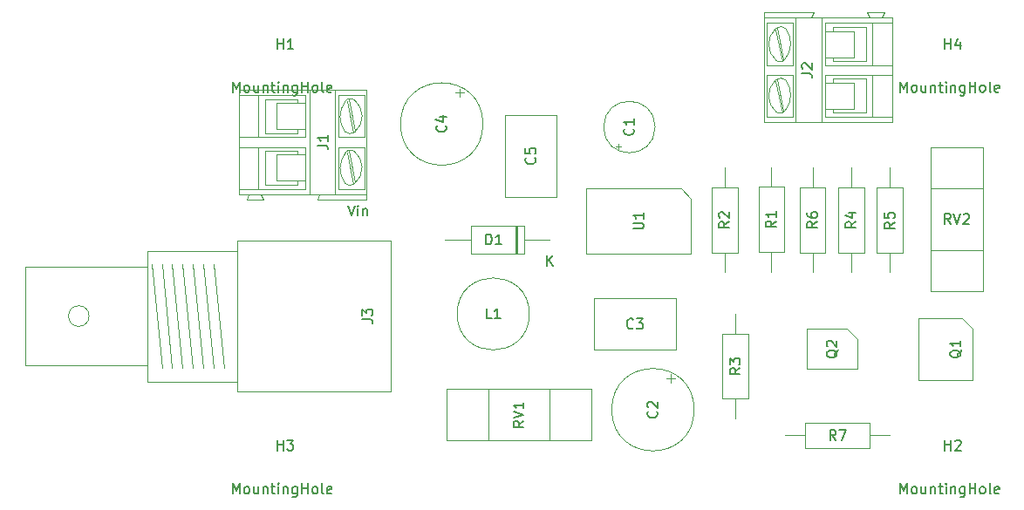
<source format=gbr>
G04 #@! TF.GenerationSoftware,KiCad,Pcbnew,5.0.2-bee76a0~70~ubuntu18.04.1*
G04 #@! TF.CreationDate,2019-07-10T16:12:49+01:00*
G04 #@! TF.ProjectId,led_driver,6c65645f-6472-4697-9665-722e6b696361,rev?*
G04 #@! TF.SameCoordinates,Original*
G04 #@! TF.FileFunction,Other,Fab,Top*
%FSLAX46Y46*%
G04 Gerber Fmt 4.6, Leading zero omitted, Abs format (unit mm)*
G04 Created by KiCad (PCBNEW 5.0.2-bee76a0~70~ubuntu18.04.1) date Wed 10 Jul 2019 16:12:49 BST*
%MOMM*%
%LPD*%
G01*
G04 APERTURE LIST*
%ADD10C,0.100000*%
%ADD11C,0.150000*%
G04 APERTURE END LIST*
D10*
G04 #@! TO.C,C1*
X127214000Y-66046800D02*
G75*
G03X127214000Y-66046800I-2500000J0D01*
G01*
X123626500Y-68180405D02*
X123626500Y-67680405D01*
X123376500Y-67930405D02*
X123876500Y-67930405D01*
G04 #@! TO.C,C2*
X131000000Y-93500000D02*
G75*
G03X131000000Y-93500000I-4000000J0D01*
G01*
X128747500Y-90073241D02*
X128747500Y-90873241D01*
X129147500Y-90473241D02*
X128347500Y-90473241D01*
G04 #@! TO.C,C3*
X129250000Y-87700000D02*
X129250000Y-82700000D01*
X129250000Y-82700000D02*
X121250000Y-82700000D01*
X121250000Y-82700000D02*
X121250000Y-87700000D01*
X121250000Y-87700000D02*
X129250000Y-87700000D01*
G04 #@! TO.C,C4*
X108647500Y-62723241D02*
X107847500Y-62723241D01*
X108247500Y-62323241D02*
X108247500Y-63123241D01*
X110500000Y-65750000D02*
G75*
G03X110500000Y-65750000I-4000000J0D01*
G01*
G04 #@! TO.C,C5*
X117663600Y-72862400D02*
X117663600Y-64862400D01*
X112663600Y-72862400D02*
X117663600Y-72862400D01*
X112663600Y-64862400D02*
X112663600Y-72862400D01*
X117663600Y-64862400D02*
X112663600Y-64862400D01*
G04 #@! TO.C,D1*
X114520000Y-78350000D02*
X114520000Y-75650000D01*
X114520000Y-75650000D02*
X109320000Y-75650000D01*
X109320000Y-75650000D02*
X109320000Y-78350000D01*
X109320000Y-78350000D02*
X114520000Y-78350000D01*
X117000000Y-77000000D02*
X114520000Y-77000000D01*
X106840000Y-77000000D02*
X109320000Y-77000000D01*
X113740000Y-78350000D02*
X113740000Y-75650000D01*
X113640000Y-78350000D02*
X113640000Y-75650000D01*
X113840000Y-78350000D02*
X113840000Y-75650000D01*
G04 #@! TO.C,J1*
X98058699Y-63437028D02*
G75*
G03X97130000Y-63580000I-408699J-432972D01*
G01*
X98071534Y-66539976D02*
G75*
G03X98000000Y-63380000I-1361534J1549976D01*
G01*
X97158582Y-63540171D02*
G75*
G03X97120000Y-66530000I1911418J-1519829D01*
G01*
X97086004Y-66485620D02*
G75*
G03X98050000Y-66530000I503996J455620D01*
G01*
X98058699Y-68437028D02*
G75*
G03X97130000Y-68580000I-408699J-432972D01*
G01*
X98061687Y-71538239D02*
G75*
G03X98000000Y-68390000I-1351687J1548239D01*
G01*
X97168263Y-68547667D02*
G75*
G03X97120000Y-71530000I1901737J-1522333D01*
G01*
X97076005Y-71485532D02*
G75*
G03X98050000Y-71540000I513995J455532D01*
G01*
X93250000Y-68360000D02*
X93250000Y-71670000D01*
X93250000Y-67980000D02*
X93250000Y-68360000D01*
X93250000Y-72050000D02*
X93250000Y-71670000D01*
X93640000Y-71670000D02*
X93640000Y-68360000D01*
X93640000Y-72610000D02*
X93640000Y-71670000D01*
X93640000Y-66660000D02*
X93640000Y-68360000D01*
X93640000Y-63360000D02*
X93640000Y-66660000D01*
X93640000Y-62420000D02*
X93640000Y-63360000D01*
X93250000Y-66660000D02*
X93250000Y-63360000D01*
X93250000Y-67040000D02*
X93250000Y-66660000D01*
X93250000Y-62980000D02*
X93250000Y-63360000D01*
X97320000Y-63510000D02*
X97950000Y-66560000D01*
X97450000Y-63380000D02*
X98080000Y-66440000D01*
X97320000Y-68520000D02*
X97950000Y-71560000D01*
X97450000Y-68390000D02*
X98080000Y-71440000D01*
X98970000Y-67040000D02*
X98970000Y-62980000D01*
X96430000Y-62980000D02*
X98970000Y-62980000D01*
X96430000Y-67040000D02*
X96430000Y-62980000D01*
X96430000Y-67040000D02*
X98970000Y-67040000D01*
X96430000Y-72050000D02*
X96430000Y-67980000D01*
X98970000Y-72050000D02*
X96430000Y-72050000D01*
X98970000Y-67980000D02*
X98970000Y-72050000D01*
X96430000Y-67980000D02*
X98970000Y-67980000D01*
X96170000Y-72610000D02*
X94650000Y-72610000D01*
X96170000Y-62420000D02*
X99220000Y-62420000D01*
X96170000Y-62420000D02*
X96170000Y-72610000D01*
X93640000Y-72610000D02*
X88940000Y-72610000D01*
X94650000Y-72610000D02*
X93640000Y-72610000D01*
X93640000Y-62420000D02*
X96170000Y-62420000D01*
X86780000Y-62420000D02*
X93640000Y-62420000D01*
X92490000Y-71670000D02*
X92490000Y-71280000D01*
X92490000Y-68360000D02*
X92490000Y-68740000D01*
X92490000Y-66660000D02*
X92490000Y-66280000D01*
X92490000Y-63360000D02*
X92490000Y-63740000D01*
X89320000Y-63360000D02*
X92490000Y-63360000D01*
X89320000Y-66660000D02*
X89320000Y-63360000D01*
X89320000Y-66660000D02*
X92490000Y-66660000D01*
X89320000Y-68360000D02*
X92490000Y-68360000D01*
X89320000Y-71670000D02*
X89320000Y-68360000D01*
X89320000Y-71670000D02*
X92490000Y-71670000D01*
X88680000Y-62980000D02*
X86780000Y-62980000D01*
X88680000Y-67040000D02*
X93250000Y-67040000D01*
X88680000Y-67040000D02*
X88680000Y-62980000D01*
X88680000Y-72050000D02*
X86780000Y-72050000D01*
X88680000Y-67980000D02*
X93250000Y-67980000D01*
X88680000Y-67980000D02*
X88680000Y-72050000D01*
X86780000Y-62980000D02*
X86780000Y-67040000D01*
X86780000Y-62420000D02*
X86780000Y-62980000D01*
X93250000Y-62980000D02*
X88680000Y-62980000D01*
X86780000Y-67040000D02*
X86780000Y-67980000D01*
X86780000Y-67040000D02*
X88680000Y-67040000D01*
X86780000Y-72050000D02*
X86780000Y-72610000D01*
X86780000Y-67980000D02*
X86780000Y-72050000D01*
X93250000Y-72050000D02*
X88680000Y-72050000D01*
X86780000Y-67980000D02*
X88680000Y-67980000D01*
X89190000Y-73110000D02*
X87540000Y-73110000D01*
X88940000Y-72610000D02*
X87790000Y-72610000D01*
X89190000Y-73110000D02*
X88940000Y-72610000D01*
X87790000Y-72610000D02*
X86780000Y-72610000D01*
X87540000Y-73110000D02*
X87790000Y-72610000D01*
X94400000Y-73110000D02*
X94650000Y-72610000D01*
X99220000Y-73110000D02*
X94400000Y-73110000D01*
X99220000Y-72610000D02*
X99220000Y-73110000D01*
X99220000Y-72610000D02*
X99220000Y-62420000D01*
X99220000Y-72610000D02*
X96170000Y-72610000D01*
X90460000Y-68740000D02*
X93250000Y-68740000D01*
X93250000Y-68740000D02*
X93250000Y-71280000D01*
X90460000Y-71280000D02*
X93250000Y-71280000D01*
X90460000Y-68740000D02*
X90460000Y-71280000D01*
X90460000Y-63740000D02*
X93250000Y-63740000D01*
X93250000Y-63740000D02*
X93250000Y-66280000D01*
X90460000Y-66280000D02*
X93250000Y-66280000D01*
X90460000Y-63740000D02*
X90460000Y-66280000D01*
G04 #@! TO.C,J2*
X146540000Y-64260000D02*
X146540000Y-61720000D01*
X146540000Y-61720000D02*
X143750000Y-61720000D01*
X143750000Y-64260000D02*
X143750000Y-61720000D01*
X146540000Y-64260000D02*
X143750000Y-64260000D01*
X146540000Y-59260000D02*
X146540000Y-56720000D01*
X146540000Y-56720000D02*
X143750000Y-56720000D01*
X143750000Y-59260000D02*
X143750000Y-56720000D01*
X146540000Y-59260000D02*
X143750000Y-59260000D01*
X137780000Y-55390000D02*
X140830000Y-55390000D01*
X137780000Y-55390000D02*
X137780000Y-65580000D01*
X137780000Y-55390000D02*
X137780000Y-54890000D01*
X137780000Y-54890000D02*
X142600000Y-54890000D01*
X142600000Y-54890000D02*
X142350000Y-55390000D01*
X149460000Y-54890000D02*
X149210000Y-55390000D01*
X149210000Y-55390000D02*
X150220000Y-55390000D01*
X147810000Y-54890000D02*
X148060000Y-55390000D01*
X148060000Y-55390000D02*
X149210000Y-55390000D01*
X147810000Y-54890000D02*
X149460000Y-54890000D01*
X150220000Y-60020000D02*
X148320000Y-60020000D01*
X143750000Y-55950000D02*
X148320000Y-55950000D01*
X150220000Y-60020000D02*
X150220000Y-55950000D01*
X150220000Y-55950000D02*
X150220000Y-55390000D01*
X150220000Y-60960000D02*
X148320000Y-60960000D01*
X150220000Y-60960000D02*
X150220000Y-60020000D01*
X143750000Y-65020000D02*
X148320000Y-65020000D01*
X150220000Y-65580000D02*
X150220000Y-65020000D01*
X150220000Y-65020000D02*
X150220000Y-60960000D01*
X148320000Y-60020000D02*
X148320000Y-55950000D01*
X148320000Y-60020000D02*
X143750000Y-60020000D01*
X148320000Y-55950000D02*
X150220000Y-55950000D01*
X148320000Y-60960000D02*
X148320000Y-65020000D01*
X148320000Y-60960000D02*
X143750000Y-60960000D01*
X148320000Y-65020000D02*
X150220000Y-65020000D01*
X147680000Y-56330000D02*
X144510000Y-56330000D01*
X147680000Y-56330000D02*
X147680000Y-59640000D01*
X147680000Y-59640000D02*
X144510000Y-59640000D01*
X147680000Y-61340000D02*
X144510000Y-61340000D01*
X147680000Y-61340000D02*
X147680000Y-64640000D01*
X147680000Y-64640000D02*
X144510000Y-64640000D01*
X144510000Y-64640000D02*
X144510000Y-64260000D01*
X144510000Y-61340000D02*
X144510000Y-61720000D01*
X144510000Y-59640000D02*
X144510000Y-59260000D01*
X144510000Y-56330000D02*
X144510000Y-56720000D01*
X150220000Y-65580000D02*
X143360000Y-65580000D01*
X143360000Y-65580000D02*
X140830000Y-65580000D01*
X142350000Y-55390000D02*
X143360000Y-55390000D01*
X143360000Y-55390000D02*
X148060000Y-55390000D01*
X140830000Y-65580000D02*
X140830000Y-55390000D01*
X140830000Y-65580000D02*
X137780000Y-65580000D01*
X140830000Y-55390000D02*
X142350000Y-55390000D01*
X140570000Y-60020000D02*
X138030000Y-60020000D01*
X138030000Y-60020000D02*
X138030000Y-55950000D01*
X138030000Y-55950000D02*
X140570000Y-55950000D01*
X140570000Y-55950000D02*
X140570000Y-60020000D01*
X140570000Y-60960000D02*
X138030000Y-60960000D01*
X140570000Y-60960000D02*
X140570000Y-65020000D01*
X140570000Y-65020000D02*
X138030000Y-65020000D01*
X138030000Y-60960000D02*
X138030000Y-65020000D01*
X139550000Y-59610000D02*
X138920000Y-56560000D01*
X139680000Y-59480000D02*
X139050000Y-56440000D01*
X139550000Y-64620000D02*
X138920000Y-61560000D01*
X139680000Y-64490000D02*
X139050000Y-61440000D01*
X143750000Y-65020000D02*
X143750000Y-64640000D01*
X143750000Y-60960000D02*
X143750000Y-61340000D01*
X143750000Y-61340000D02*
X143750000Y-64640000D01*
X143360000Y-65580000D02*
X143360000Y-64640000D01*
X143360000Y-64640000D02*
X143360000Y-61340000D01*
X143360000Y-61340000D02*
X143360000Y-59640000D01*
X143360000Y-55390000D02*
X143360000Y-56330000D01*
X143360000Y-56330000D02*
X143360000Y-59640000D01*
X143750000Y-55950000D02*
X143750000Y-56330000D01*
X143750000Y-60020000D02*
X143750000Y-59640000D01*
X143750000Y-59640000D02*
X143750000Y-56330000D01*
X139923995Y-56514468D02*
G75*
G03X138950000Y-56460000I-513995J-455532D01*
G01*
X139831737Y-59452333D02*
G75*
G03X139880000Y-56470000I-1901737J1522333D01*
G01*
X138938313Y-56461761D02*
G75*
G03X139000000Y-59610000I1351687J-1548239D01*
G01*
X138941301Y-59562972D02*
G75*
G03X139870000Y-59420000I408699J432972D01*
G01*
X139913996Y-61514380D02*
G75*
G03X138950000Y-61470000I-503996J-455620D01*
G01*
X139841418Y-64459829D02*
G75*
G03X139880000Y-61470000I-1911418J1519829D01*
G01*
X138928466Y-61460024D02*
G75*
G03X139000000Y-64620000I1361534J-1549976D01*
G01*
X138941301Y-64562972D02*
G75*
G03X139870000Y-64420000I408699J432972D01*
G01*
G04 #@! TO.C,J3*
X79339400Y-89404200D02*
X78339400Y-79404200D01*
X80339400Y-89404200D02*
X79339400Y-79404200D01*
X81339400Y-89404200D02*
X80339400Y-79404200D01*
X82339400Y-89404200D02*
X81339400Y-79404200D01*
X83339400Y-89404200D02*
X82339400Y-79404200D01*
X84339400Y-89404200D02*
X83339400Y-79404200D01*
X72269400Y-84404200D02*
G75*
G03X72269400Y-84404200I-1000000J0D01*
G01*
X77939400Y-79604200D02*
X66039400Y-79604200D01*
X66039400Y-79604200D02*
X66039400Y-89204200D01*
X66039400Y-89204200D02*
X77939400Y-89204200D01*
X86639400Y-78054200D02*
X77939400Y-78054200D01*
X77939400Y-78054200D02*
X77939400Y-90754200D01*
X77939400Y-90754200D02*
X86639400Y-90754200D01*
X101539400Y-91754200D02*
X101539400Y-77054200D01*
X101539400Y-77054200D02*
X86639400Y-77054200D01*
X86639400Y-77054200D02*
X86639400Y-91754200D01*
X86639400Y-91754200D02*
X101539400Y-91754200D01*
X85339400Y-89404200D02*
X84339400Y-79404200D01*
G04 #@! TO.C,L1*
X115000000Y-84200000D02*
G75*
G03X115000000Y-84200000I-3500000J0D01*
G01*
G04 #@! TO.C,Q1*
X158000000Y-85600000D02*
X158000000Y-90600000D01*
X152800000Y-84600000D02*
X157000000Y-84600000D01*
X152800000Y-90600000D02*
X152800000Y-84600000D01*
X158000000Y-90600000D02*
X152800000Y-90600000D01*
X158000000Y-85600000D02*
X157000000Y-84600000D01*
G04 #@! TO.C,Q2*
X146850000Y-86650000D02*
X146850000Y-89550000D01*
X146850000Y-89550000D02*
X141950000Y-89550000D01*
X141950000Y-89550000D02*
X141950000Y-85650000D01*
X141950000Y-85650000D02*
X145850000Y-85650000D01*
X145850000Y-85650000D02*
X146850000Y-86650000D01*
G04 #@! TO.C,R1*
X137250000Y-78168400D02*
X139750000Y-78168400D01*
X139750000Y-78168400D02*
X139750000Y-71868400D01*
X139750000Y-71868400D02*
X137250000Y-71868400D01*
X137250000Y-71868400D02*
X137250000Y-78168400D01*
X138500000Y-80098400D02*
X138500000Y-78168400D01*
X138500000Y-69938400D02*
X138500000Y-71868400D01*
G04 #@! TO.C,R2*
X133959600Y-70000000D02*
X133959600Y-71930000D01*
X133959600Y-80160000D02*
X133959600Y-78230000D01*
X132709600Y-71930000D02*
X132709600Y-78230000D01*
X135209600Y-71930000D02*
X132709600Y-71930000D01*
X135209600Y-78230000D02*
X135209600Y-71930000D01*
X132709600Y-78230000D02*
X135209600Y-78230000D01*
G04 #@! TO.C,R3*
X135000000Y-94360000D02*
X135000000Y-92430000D01*
X135000000Y-84200000D02*
X135000000Y-86130000D01*
X136250000Y-92430000D02*
X136250000Y-86130000D01*
X133750000Y-92430000D02*
X136250000Y-92430000D01*
X133750000Y-86130000D02*
X133750000Y-92430000D01*
X136250000Y-86130000D02*
X133750000Y-86130000D01*
G04 #@! TO.C,R4*
X147500000Y-71930000D02*
X145000000Y-71930000D01*
X145000000Y-71930000D02*
X145000000Y-78230000D01*
X145000000Y-78230000D02*
X147500000Y-78230000D01*
X147500000Y-78230000D02*
X147500000Y-71930000D01*
X146250000Y-70000000D02*
X146250000Y-71930000D01*
X146250000Y-80160000D02*
X146250000Y-78230000D01*
G04 #@! TO.C,R5*
X151250000Y-71930000D02*
X148750000Y-71930000D01*
X148750000Y-71930000D02*
X148750000Y-78230000D01*
X148750000Y-78230000D02*
X151250000Y-78230000D01*
X151250000Y-78230000D02*
X151250000Y-71930000D01*
X150000000Y-70000000D02*
X150000000Y-71930000D01*
X150000000Y-80160000D02*
X150000000Y-78230000D01*
G04 #@! TO.C,R6*
X142500000Y-70000000D02*
X142500000Y-71930000D01*
X142500000Y-80160000D02*
X142500000Y-78230000D01*
X141250000Y-71930000D02*
X141250000Y-78230000D01*
X143750000Y-71930000D02*
X141250000Y-71930000D01*
X143750000Y-78230000D02*
X143750000Y-71930000D01*
X141250000Y-78230000D02*
X143750000Y-78230000D01*
G04 #@! TO.C,R7*
X148070000Y-97250000D02*
X148070000Y-94750000D01*
X148070000Y-94750000D02*
X141770000Y-94750000D01*
X141770000Y-94750000D02*
X141770000Y-97250000D01*
X141770000Y-97250000D02*
X148070000Y-97250000D01*
X150000000Y-96000000D02*
X148070000Y-96000000D01*
X139840000Y-96000000D02*
X141770000Y-96000000D01*
G04 #@! TO.C,RV1*
X117000000Y-96500000D02*
X117000000Y-91500000D01*
X111000000Y-96500000D02*
X117000000Y-96500000D01*
X111000000Y-91500000D02*
X111000000Y-96500000D01*
X117000000Y-91500000D02*
X111000000Y-91500000D01*
X121000000Y-91500000D02*
X121000000Y-96500000D01*
X107000000Y-91500000D02*
X121000000Y-91500000D01*
X107000000Y-96500000D02*
X107000000Y-91500000D01*
X121000000Y-96500000D02*
X107000000Y-96500000D01*
G04 #@! TO.C,RV2*
X159000000Y-68000000D02*
X159000000Y-82000000D01*
X159000000Y-82000000D02*
X154000000Y-82000000D01*
X154000000Y-82000000D02*
X154000000Y-68000000D01*
X154000000Y-68000000D02*
X159000000Y-68000000D01*
X154000000Y-72000000D02*
X154000000Y-78000000D01*
X154000000Y-78000000D02*
X159000000Y-78000000D01*
X159000000Y-78000000D02*
X159000000Y-72000000D01*
X159000000Y-72000000D02*
X154000000Y-72000000D01*
G04 #@! TO.C,U1*
X130708400Y-72995800D02*
X130708400Y-78345800D01*
X130708400Y-78345800D02*
X120548400Y-78345800D01*
X120548400Y-78345800D02*
X120548400Y-71995800D01*
X120548400Y-71995800D02*
X129708400Y-71995800D01*
X129708400Y-71995800D02*
X130708400Y-72995800D01*
G04 #@! TD*
G04 #@! TO.C,C1*
D11*
X125071142Y-66213466D02*
X125118761Y-66261085D01*
X125166380Y-66403942D01*
X125166380Y-66499180D01*
X125118761Y-66642038D01*
X125023523Y-66737276D01*
X124928285Y-66784895D01*
X124737809Y-66832514D01*
X124594952Y-66832514D01*
X124404476Y-66784895D01*
X124309238Y-66737276D01*
X124214000Y-66642038D01*
X124166380Y-66499180D01*
X124166380Y-66403942D01*
X124214000Y-66261085D01*
X124261619Y-66213466D01*
X125166380Y-65261085D02*
X125166380Y-65832514D01*
X125166380Y-65546800D02*
X124166380Y-65546800D01*
X124309238Y-65642038D01*
X124404476Y-65737276D01*
X124452095Y-65832514D01*
G04 #@! TO.C,C2*
X127357142Y-93666666D02*
X127404761Y-93714285D01*
X127452380Y-93857142D01*
X127452380Y-93952380D01*
X127404761Y-94095238D01*
X127309523Y-94190476D01*
X127214285Y-94238095D01*
X127023809Y-94285714D01*
X126880952Y-94285714D01*
X126690476Y-94238095D01*
X126595238Y-94190476D01*
X126500000Y-94095238D01*
X126452380Y-93952380D01*
X126452380Y-93857142D01*
X126500000Y-93714285D01*
X126547619Y-93666666D01*
X126547619Y-93285714D02*
X126500000Y-93238095D01*
X126452380Y-93142857D01*
X126452380Y-92904761D01*
X126500000Y-92809523D01*
X126547619Y-92761904D01*
X126642857Y-92714285D01*
X126738095Y-92714285D01*
X126880952Y-92761904D01*
X127452380Y-93333333D01*
X127452380Y-92714285D01*
G04 #@! TO.C,C3*
X125083333Y-85557142D02*
X125035714Y-85604761D01*
X124892857Y-85652380D01*
X124797619Y-85652380D01*
X124654761Y-85604761D01*
X124559523Y-85509523D01*
X124511904Y-85414285D01*
X124464285Y-85223809D01*
X124464285Y-85080952D01*
X124511904Y-84890476D01*
X124559523Y-84795238D01*
X124654761Y-84700000D01*
X124797619Y-84652380D01*
X124892857Y-84652380D01*
X125035714Y-84700000D01*
X125083333Y-84747619D01*
X125416666Y-84652380D02*
X126035714Y-84652380D01*
X125702380Y-85033333D01*
X125845238Y-85033333D01*
X125940476Y-85080952D01*
X125988095Y-85128571D01*
X126035714Y-85223809D01*
X126035714Y-85461904D01*
X125988095Y-85557142D01*
X125940476Y-85604761D01*
X125845238Y-85652380D01*
X125559523Y-85652380D01*
X125464285Y-85604761D01*
X125416666Y-85557142D01*
G04 #@! TO.C,C4*
X106857142Y-65916666D02*
X106904761Y-65964285D01*
X106952380Y-66107142D01*
X106952380Y-66202380D01*
X106904761Y-66345238D01*
X106809523Y-66440476D01*
X106714285Y-66488095D01*
X106523809Y-66535714D01*
X106380952Y-66535714D01*
X106190476Y-66488095D01*
X106095238Y-66440476D01*
X106000000Y-66345238D01*
X105952380Y-66202380D01*
X105952380Y-66107142D01*
X106000000Y-65964285D01*
X106047619Y-65916666D01*
X106285714Y-65059523D02*
X106952380Y-65059523D01*
X105904761Y-65297619D02*
X106619047Y-65535714D01*
X106619047Y-64916666D01*
G04 #@! TO.C,C5*
X115520742Y-69029066D02*
X115568361Y-69076685D01*
X115615980Y-69219542D01*
X115615980Y-69314780D01*
X115568361Y-69457638D01*
X115473123Y-69552876D01*
X115377885Y-69600495D01*
X115187409Y-69648114D01*
X115044552Y-69648114D01*
X114854076Y-69600495D01*
X114758838Y-69552876D01*
X114663600Y-69457638D01*
X114615980Y-69314780D01*
X114615980Y-69219542D01*
X114663600Y-69076685D01*
X114711219Y-69029066D01*
X114615980Y-68124304D02*
X114615980Y-68600495D01*
X115092171Y-68648114D01*
X115044552Y-68600495D01*
X114996933Y-68505257D01*
X114996933Y-68267161D01*
X115044552Y-68171923D01*
X115092171Y-68124304D01*
X115187409Y-68076685D01*
X115425504Y-68076685D01*
X115520742Y-68124304D01*
X115568361Y-68171923D01*
X115615980Y-68267161D01*
X115615980Y-68505257D01*
X115568361Y-68600495D01*
X115520742Y-68648114D01*
G04 #@! TO.C,D1*
X110791904Y-77452380D02*
X110791904Y-76452380D01*
X111030000Y-76452380D01*
X111172857Y-76500000D01*
X111268095Y-76595238D01*
X111315714Y-76690476D01*
X111363333Y-76880952D01*
X111363333Y-77023809D01*
X111315714Y-77214285D01*
X111268095Y-77309523D01*
X111172857Y-77404761D01*
X111030000Y-77452380D01*
X110791904Y-77452380D01*
X112315714Y-77452380D02*
X111744285Y-77452380D01*
X112030000Y-77452380D02*
X112030000Y-76452380D01*
X111934761Y-76595238D01*
X111839523Y-76690476D01*
X111744285Y-76738095D01*
X116738095Y-79552380D02*
X116738095Y-78552380D01*
X117309523Y-79552380D02*
X116880952Y-78980952D01*
X117309523Y-78552380D02*
X116738095Y-79123809D01*
G04 #@! TO.C,J1*
X97376190Y-73652380D02*
X97709523Y-74652380D01*
X98042857Y-73652380D01*
X98376190Y-74652380D02*
X98376190Y-73985714D01*
X98376190Y-73652380D02*
X98328571Y-73700000D01*
X98376190Y-73747619D01*
X98423809Y-73700000D01*
X98376190Y-73652380D01*
X98376190Y-73747619D01*
X98852380Y-73985714D02*
X98852380Y-74652380D01*
X98852380Y-74080952D02*
X98900000Y-74033333D01*
X98995238Y-73985714D01*
X99138095Y-73985714D01*
X99233333Y-74033333D01*
X99280952Y-74128571D01*
X99280952Y-74652380D01*
X94452380Y-67833333D02*
X95166666Y-67833333D01*
X95309523Y-67880952D01*
X95404761Y-67976190D01*
X95452380Y-68119047D01*
X95452380Y-68214285D01*
X95452380Y-66833333D02*
X95452380Y-67404761D01*
X95452380Y-67119047D02*
X94452380Y-67119047D01*
X94595238Y-67214285D01*
X94690476Y-67309523D01*
X94738095Y-67404761D01*
G04 #@! TO.C,J2*
X141452380Y-60833333D02*
X142166666Y-60833333D01*
X142309523Y-60880952D01*
X142404761Y-60976190D01*
X142452380Y-61119047D01*
X142452380Y-61214285D01*
X141547619Y-60404761D02*
X141500000Y-60357142D01*
X141452380Y-60261904D01*
X141452380Y-60023809D01*
X141500000Y-59928571D01*
X141547619Y-59880952D01*
X141642857Y-59833333D01*
X141738095Y-59833333D01*
X141880952Y-59880952D01*
X142452380Y-60452380D01*
X142452380Y-59833333D01*
G04 #@! TO.C,J3*
X98791780Y-84737533D02*
X99506066Y-84737533D01*
X99648923Y-84785152D01*
X99744161Y-84880390D01*
X99791780Y-85023247D01*
X99791780Y-85118485D01*
X98791780Y-84356580D02*
X98791780Y-83737533D01*
X99172733Y-84070866D01*
X99172733Y-83928009D01*
X99220352Y-83832771D01*
X99267971Y-83785152D01*
X99363209Y-83737533D01*
X99601304Y-83737533D01*
X99696542Y-83785152D01*
X99744161Y-83832771D01*
X99791780Y-83928009D01*
X99791780Y-84213723D01*
X99744161Y-84308961D01*
X99696542Y-84356580D01*
G04 #@! TO.C,L1*
X111333333Y-84652380D02*
X110857142Y-84652380D01*
X110857142Y-83652380D01*
X112190476Y-84652380D02*
X111619047Y-84652380D01*
X111904761Y-84652380D02*
X111904761Y-83652380D01*
X111809523Y-83795238D01*
X111714285Y-83890476D01*
X111619047Y-83938095D01*
G04 #@! TO.C,Q1*
X156947619Y-87695238D02*
X156900000Y-87790476D01*
X156804761Y-87885714D01*
X156661904Y-88028571D01*
X156614285Y-88123809D01*
X156614285Y-88219047D01*
X156852380Y-88171428D02*
X156804761Y-88266666D01*
X156709523Y-88361904D01*
X156519047Y-88409523D01*
X156185714Y-88409523D01*
X155995238Y-88361904D01*
X155900000Y-88266666D01*
X155852380Y-88171428D01*
X155852380Y-87980952D01*
X155900000Y-87885714D01*
X155995238Y-87790476D01*
X156185714Y-87742857D01*
X156519047Y-87742857D01*
X156709523Y-87790476D01*
X156804761Y-87885714D01*
X156852380Y-87980952D01*
X156852380Y-88171428D01*
X156852380Y-86790476D02*
X156852380Y-87361904D01*
X156852380Y-87076190D02*
X155852380Y-87076190D01*
X155995238Y-87171428D01*
X156090476Y-87266666D01*
X156138095Y-87361904D01*
G04 #@! TO.C,Q2*
X144947619Y-87695238D02*
X144900000Y-87790476D01*
X144804761Y-87885714D01*
X144661904Y-88028571D01*
X144614285Y-88123809D01*
X144614285Y-88219047D01*
X144852380Y-88171428D02*
X144804761Y-88266666D01*
X144709523Y-88361904D01*
X144519047Y-88409523D01*
X144185714Y-88409523D01*
X143995238Y-88361904D01*
X143900000Y-88266666D01*
X143852380Y-88171428D01*
X143852380Y-87980952D01*
X143900000Y-87885714D01*
X143995238Y-87790476D01*
X144185714Y-87742857D01*
X144519047Y-87742857D01*
X144709523Y-87790476D01*
X144804761Y-87885714D01*
X144852380Y-87980952D01*
X144852380Y-88171428D01*
X143947619Y-87361904D02*
X143900000Y-87314285D01*
X143852380Y-87219047D01*
X143852380Y-86980952D01*
X143900000Y-86885714D01*
X143947619Y-86838095D01*
X144042857Y-86790476D01*
X144138095Y-86790476D01*
X144280952Y-86838095D01*
X144852380Y-87409523D01*
X144852380Y-86790476D01*
G04 #@! TO.C,R1*
X138952380Y-75185066D02*
X138476190Y-75518400D01*
X138952380Y-75756495D02*
X137952380Y-75756495D01*
X137952380Y-75375542D01*
X138000000Y-75280304D01*
X138047619Y-75232685D01*
X138142857Y-75185066D01*
X138285714Y-75185066D01*
X138380952Y-75232685D01*
X138428571Y-75280304D01*
X138476190Y-75375542D01*
X138476190Y-75756495D01*
X138952380Y-74232685D02*
X138952380Y-74804114D01*
X138952380Y-74518400D02*
X137952380Y-74518400D01*
X138095238Y-74613638D01*
X138190476Y-74708876D01*
X138238095Y-74804114D01*
G04 #@! TO.C,R2*
X134411980Y-75246666D02*
X133935790Y-75580000D01*
X134411980Y-75818095D02*
X133411980Y-75818095D01*
X133411980Y-75437142D01*
X133459600Y-75341904D01*
X133507219Y-75294285D01*
X133602457Y-75246666D01*
X133745314Y-75246666D01*
X133840552Y-75294285D01*
X133888171Y-75341904D01*
X133935790Y-75437142D01*
X133935790Y-75818095D01*
X133507219Y-74865714D02*
X133459600Y-74818095D01*
X133411980Y-74722857D01*
X133411980Y-74484761D01*
X133459600Y-74389523D01*
X133507219Y-74341904D01*
X133602457Y-74294285D01*
X133697695Y-74294285D01*
X133840552Y-74341904D01*
X134411980Y-74913333D01*
X134411980Y-74294285D01*
G04 #@! TO.C,R3*
X135452380Y-89446666D02*
X134976190Y-89780000D01*
X135452380Y-90018095D02*
X134452380Y-90018095D01*
X134452380Y-89637142D01*
X134500000Y-89541904D01*
X134547619Y-89494285D01*
X134642857Y-89446666D01*
X134785714Y-89446666D01*
X134880952Y-89494285D01*
X134928571Y-89541904D01*
X134976190Y-89637142D01*
X134976190Y-90018095D01*
X134452380Y-89113333D02*
X134452380Y-88494285D01*
X134833333Y-88827619D01*
X134833333Y-88684761D01*
X134880952Y-88589523D01*
X134928571Y-88541904D01*
X135023809Y-88494285D01*
X135261904Y-88494285D01*
X135357142Y-88541904D01*
X135404761Y-88589523D01*
X135452380Y-88684761D01*
X135452380Y-88970476D01*
X135404761Y-89065714D01*
X135357142Y-89113333D01*
G04 #@! TO.C,R4*
X146702380Y-75246666D02*
X146226190Y-75580000D01*
X146702380Y-75818095D02*
X145702380Y-75818095D01*
X145702380Y-75437142D01*
X145750000Y-75341904D01*
X145797619Y-75294285D01*
X145892857Y-75246666D01*
X146035714Y-75246666D01*
X146130952Y-75294285D01*
X146178571Y-75341904D01*
X146226190Y-75437142D01*
X146226190Y-75818095D01*
X146035714Y-74389523D02*
X146702380Y-74389523D01*
X145654761Y-74627619D02*
X146369047Y-74865714D01*
X146369047Y-74246666D01*
G04 #@! TO.C,R5*
X150452380Y-75297466D02*
X149976190Y-75630800D01*
X150452380Y-75868895D02*
X149452380Y-75868895D01*
X149452380Y-75487942D01*
X149500000Y-75392704D01*
X149547619Y-75345085D01*
X149642857Y-75297466D01*
X149785714Y-75297466D01*
X149880952Y-75345085D01*
X149928571Y-75392704D01*
X149976190Y-75487942D01*
X149976190Y-75868895D01*
X149452380Y-74392704D02*
X149452380Y-74868895D01*
X149928571Y-74916514D01*
X149880952Y-74868895D01*
X149833333Y-74773657D01*
X149833333Y-74535561D01*
X149880952Y-74440323D01*
X149928571Y-74392704D01*
X150023809Y-74345085D01*
X150261904Y-74345085D01*
X150357142Y-74392704D01*
X150404761Y-74440323D01*
X150452380Y-74535561D01*
X150452380Y-74773657D01*
X150404761Y-74868895D01*
X150357142Y-74916514D01*
G04 #@! TO.C,R6*
X142952380Y-75246666D02*
X142476190Y-75580000D01*
X142952380Y-75818095D02*
X141952380Y-75818095D01*
X141952380Y-75437142D01*
X142000000Y-75341904D01*
X142047619Y-75294285D01*
X142142857Y-75246666D01*
X142285714Y-75246666D01*
X142380952Y-75294285D01*
X142428571Y-75341904D01*
X142476190Y-75437142D01*
X142476190Y-75818095D01*
X141952380Y-74389523D02*
X141952380Y-74580000D01*
X142000000Y-74675238D01*
X142047619Y-74722857D01*
X142190476Y-74818095D01*
X142380952Y-74865714D01*
X142761904Y-74865714D01*
X142857142Y-74818095D01*
X142904761Y-74770476D01*
X142952380Y-74675238D01*
X142952380Y-74484761D01*
X142904761Y-74389523D01*
X142857142Y-74341904D01*
X142761904Y-74294285D01*
X142523809Y-74294285D01*
X142428571Y-74341904D01*
X142380952Y-74389523D01*
X142333333Y-74484761D01*
X142333333Y-74675238D01*
X142380952Y-74770476D01*
X142428571Y-74818095D01*
X142523809Y-74865714D01*
G04 #@! TO.C,R7*
X144753333Y-96452380D02*
X144420000Y-95976190D01*
X144181904Y-96452380D02*
X144181904Y-95452380D01*
X144562857Y-95452380D01*
X144658095Y-95500000D01*
X144705714Y-95547619D01*
X144753333Y-95642857D01*
X144753333Y-95785714D01*
X144705714Y-95880952D01*
X144658095Y-95928571D01*
X144562857Y-95976190D01*
X144181904Y-95976190D01*
X145086666Y-95452380D02*
X145753333Y-95452380D01*
X145324761Y-96452380D01*
G04 #@! TO.C,RV1*
X114452380Y-94595238D02*
X113976190Y-94928571D01*
X114452380Y-95166666D02*
X113452380Y-95166666D01*
X113452380Y-94785714D01*
X113500000Y-94690476D01*
X113547619Y-94642857D01*
X113642857Y-94595238D01*
X113785714Y-94595238D01*
X113880952Y-94642857D01*
X113928571Y-94690476D01*
X113976190Y-94785714D01*
X113976190Y-95166666D01*
X113452380Y-94309523D02*
X114452380Y-93976190D01*
X113452380Y-93642857D01*
X114452380Y-92785714D02*
X114452380Y-93357142D01*
X114452380Y-93071428D02*
X113452380Y-93071428D01*
X113595238Y-93166666D01*
X113690476Y-93261904D01*
X113738095Y-93357142D01*
G04 #@! TO.C,RV2*
X155904761Y-75452380D02*
X155571428Y-74976190D01*
X155333333Y-75452380D02*
X155333333Y-74452380D01*
X155714285Y-74452380D01*
X155809523Y-74500000D01*
X155857142Y-74547619D01*
X155904761Y-74642857D01*
X155904761Y-74785714D01*
X155857142Y-74880952D01*
X155809523Y-74928571D01*
X155714285Y-74976190D01*
X155333333Y-74976190D01*
X156190476Y-74452380D02*
X156523809Y-75452380D01*
X156857142Y-74452380D01*
X157142857Y-74547619D02*
X157190476Y-74500000D01*
X157285714Y-74452380D01*
X157523809Y-74452380D01*
X157619047Y-74500000D01*
X157666666Y-74547619D01*
X157714285Y-74642857D01*
X157714285Y-74738095D01*
X157666666Y-74880952D01*
X157095238Y-75452380D01*
X157714285Y-75452380D01*
G04 #@! TO.C,U1*
X125080780Y-75932704D02*
X125890304Y-75932704D01*
X125985542Y-75885085D01*
X126033161Y-75837466D01*
X126080780Y-75742228D01*
X126080780Y-75551752D01*
X126033161Y-75456514D01*
X125985542Y-75408895D01*
X125890304Y-75361276D01*
X125080780Y-75361276D01*
X126080780Y-74361276D02*
X126080780Y-74932704D01*
X126080780Y-74646990D02*
X125080780Y-74646990D01*
X125223638Y-74742228D01*
X125318876Y-74837466D01*
X125366495Y-74932704D01*
G04 #@! TO.C,H1*
X86214285Y-62652380D02*
X86214285Y-61652380D01*
X86547619Y-62366666D01*
X86880952Y-61652380D01*
X86880952Y-62652380D01*
X87500000Y-62652380D02*
X87404761Y-62604761D01*
X87357142Y-62557142D01*
X87309523Y-62461904D01*
X87309523Y-62176190D01*
X87357142Y-62080952D01*
X87404761Y-62033333D01*
X87500000Y-61985714D01*
X87642857Y-61985714D01*
X87738095Y-62033333D01*
X87785714Y-62080952D01*
X87833333Y-62176190D01*
X87833333Y-62461904D01*
X87785714Y-62557142D01*
X87738095Y-62604761D01*
X87642857Y-62652380D01*
X87500000Y-62652380D01*
X88690476Y-61985714D02*
X88690476Y-62652380D01*
X88261904Y-61985714D02*
X88261904Y-62509523D01*
X88309523Y-62604761D01*
X88404761Y-62652380D01*
X88547619Y-62652380D01*
X88642857Y-62604761D01*
X88690476Y-62557142D01*
X89166666Y-61985714D02*
X89166666Y-62652380D01*
X89166666Y-62080952D02*
X89214285Y-62033333D01*
X89309523Y-61985714D01*
X89452380Y-61985714D01*
X89547619Y-62033333D01*
X89595238Y-62128571D01*
X89595238Y-62652380D01*
X89928571Y-61985714D02*
X90309523Y-61985714D01*
X90071428Y-61652380D02*
X90071428Y-62509523D01*
X90119047Y-62604761D01*
X90214285Y-62652380D01*
X90309523Y-62652380D01*
X90642857Y-62652380D02*
X90642857Y-61985714D01*
X90642857Y-61652380D02*
X90595238Y-61700000D01*
X90642857Y-61747619D01*
X90690476Y-61700000D01*
X90642857Y-61652380D01*
X90642857Y-61747619D01*
X91119047Y-61985714D02*
X91119047Y-62652380D01*
X91119047Y-62080952D02*
X91166666Y-62033333D01*
X91261904Y-61985714D01*
X91404761Y-61985714D01*
X91500000Y-62033333D01*
X91547619Y-62128571D01*
X91547619Y-62652380D01*
X92452380Y-61985714D02*
X92452380Y-62795238D01*
X92404761Y-62890476D01*
X92357142Y-62938095D01*
X92261904Y-62985714D01*
X92119047Y-62985714D01*
X92023809Y-62938095D01*
X92452380Y-62604761D02*
X92357142Y-62652380D01*
X92166666Y-62652380D01*
X92071428Y-62604761D01*
X92023809Y-62557142D01*
X91976190Y-62461904D01*
X91976190Y-62176190D01*
X92023809Y-62080952D01*
X92071428Y-62033333D01*
X92166666Y-61985714D01*
X92357142Y-61985714D01*
X92452380Y-62033333D01*
X92928571Y-62652380D02*
X92928571Y-61652380D01*
X92928571Y-62128571D02*
X93500000Y-62128571D01*
X93500000Y-62652380D02*
X93500000Y-61652380D01*
X94119047Y-62652380D02*
X94023809Y-62604761D01*
X93976190Y-62557142D01*
X93928571Y-62461904D01*
X93928571Y-62176190D01*
X93976190Y-62080952D01*
X94023809Y-62033333D01*
X94119047Y-61985714D01*
X94261904Y-61985714D01*
X94357142Y-62033333D01*
X94404761Y-62080952D01*
X94452380Y-62176190D01*
X94452380Y-62461904D01*
X94404761Y-62557142D01*
X94357142Y-62604761D01*
X94261904Y-62652380D01*
X94119047Y-62652380D01*
X95023809Y-62652380D02*
X94928571Y-62604761D01*
X94880952Y-62509523D01*
X94880952Y-61652380D01*
X95785714Y-62604761D02*
X95690476Y-62652380D01*
X95500000Y-62652380D01*
X95404761Y-62604761D01*
X95357142Y-62509523D01*
X95357142Y-62128571D01*
X95404761Y-62033333D01*
X95500000Y-61985714D01*
X95690476Y-61985714D01*
X95785714Y-62033333D01*
X95833333Y-62128571D01*
X95833333Y-62223809D01*
X95357142Y-62319047D01*
X90538095Y-58452380D02*
X90538095Y-57452380D01*
X90538095Y-57928571D02*
X91109523Y-57928571D01*
X91109523Y-58452380D02*
X91109523Y-57452380D01*
X92109523Y-58452380D02*
X91538095Y-58452380D01*
X91823809Y-58452380D02*
X91823809Y-57452380D01*
X91728571Y-57595238D01*
X91633333Y-57690476D01*
X91538095Y-57738095D01*
G04 #@! TO.C,H2*
X151014285Y-101652380D02*
X151014285Y-100652380D01*
X151347619Y-101366666D01*
X151680952Y-100652380D01*
X151680952Y-101652380D01*
X152300000Y-101652380D02*
X152204761Y-101604761D01*
X152157142Y-101557142D01*
X152109523Y-101461904D01*
X152109523Y-101176190D01*
X152157142Y-101080952D01*
X152204761Y-101033333D01*
X152300000Y-100985714D01*
X152442857Y-100985714D01*
X152538095Y-101033333D01*
X152585714Y-101080952D01*
X152633333Y-101176190D01*
X152633333Y-101461904D01*
X152585714Y-101557142D01*
X152538095Y-101604761D01*
X152442857Y-101652380D01*
X152300000Y-101652380D01*
X153490476Y-100985714D02*
X153490476Y-101652380D01*
X153061904Y-100985714D02*
X153061904Y-101509523D01*
X153109523Y-101604761D01*
X153204761Y-101652380D01*
X153347619Y-101652380D01*
X153442857Y-101604761D01*
X153490476Y-101557142D01*
X153966666Y-100985714D02*
X153966666Y-101652380D01*
X153966666Y-101080952D02*
X154014285Y-101033333D01*
X154109523Y-100985714D01*
X154252380Y-100985714D01*
X154347619Y-101033333D01*
X154395238Y-101128571D01*
X154395238Y-101652380D01*
X154728571Y-100985714D02*
X155109523Y-100985714D01*
X154871428Y-100652380D02*
X154871428Y-101509523D01*
X154919047Y-101604761D01*
X155014285Y-101652380D01*
X155109523Y-101652380D01*
X155442857Y-101652380D02*
X155442857Y-100985714D01*
X155442857Y-100652380D02*
X155395238Y-100700000D01*
X155442857Y-100747619D01*
X155490476Y-100700000D01*
X155442857Y-100652380D01*
X155442857Y-100747619D01*
X155919047Y-100985714D02*
X155919047Y-101652380D01*
X155919047Y-101080952D02*
X155966666Y-101033333D01*
X156061904Y-100985714D01*
X156204761Y-100985714D01*
X156300000Y-101033333D01*
X156347619Y-101128571D01*
X156347619Y-101652380D01*
X157252380Y-100985714D02*
X157252380Y-101795238D01*
X157204761Y-101890476D01*
X157157142Y-101938095D01*
X157061904Y-101985714D01*
X156919047Y-101985714D01*
X156823809Y-101938095D01*
X157252380Y-101604761D02*
X157157142Y-101652380D01*
X156966666Y-101652380D01*
X156871428Y-101604761D01*
X156823809Y-101557142D01*
X156776190Y-101461904D01*
X156776190Y-101176190D01*
X156823809Y-101080952D01*
X156871428Y-101033333D01*
X156966666Y-100985714D01*
X157157142Y-100985714D01*
X157252380Y-101033333D01*
X157728571Y-101652380D02*
X157728571Y-100652380D01*
X157728571Y-101128571D02*
X158300000Y-101128571D01*
X158300000Y-101652380D02*
X158300000Y-100652380D01*
X158919047Y-101652380D02*
X158823809Y-101604761D01*
X158776190Y-101557142D01*
X158728571Y-101461904D01*
X158728571Y-101176190D01*
X158776190Y-101080952D01*
X158823809Y-101033333D01*
X158919047Y-100985714D01*
X159061904Y-100985714D01*
X159157142Y-101033333D01*
X159204761Y-101080952D01*
X159252380Y-101176190D01*
X159252380Y-101461904D01*
X159204761Y-101557142D01*
X159157142Y-101604761D01*
X159061904Y-101652380D01*
X158919047Y-101652380D01*
X159823809Y-101652380D02*
X159728571Y-101604761D01*
X159680952Y-101509523D01*
X159680952Y-100652380D01*
X160585714Y-101604761D02*
X160490476Y-101652380D01*
X160300000Y-101652380D01*
X160204761Y-101604761D01*
X160157142Y-101509523D01*
X160157142Y-101128571D01*
X160204761Y-101033333D01*
X160300000Y-100985714D01*
X160490476Y-100985714D01*
X160585714Y-101033333D01*
X160633333Y-101128571D01*
X160633333Y-101223809D01*
X160157142Y-101319047D01*
X155338095Y-97452380D02*
X155338095Y-96452380D01*
X155338095Y-96928571D02*
X155909523Y-96928571D01*
X155909523Y-97452380D02*
X155909523Y-96452380D01*
X156338095Y-96547619D02*
X156385714Y-96500000D01*
X156480952Y-96452380D01*
X156719047Y-96452380D01*
X156814285Y-96500000D01*
X156861904Y-96547619D01*
X156909523Y-96642857D01*
X156909523Y-96738095D01*
X156861904Y-96880952D01*
X156290476Y-97452380D01*
X156909523Y-97452380D01*
G04 #@! TO.C,H3*
X86214285Y-101652380D02*
X86214285Y-100652380D01*
X86547619Y-101366666D01*
X86880952Y-100652380D01*
X86880952Y-101652380D01*
X87500000Y-101652380D02*
X87404761Y-101604761D01*
X87357142Y-101557142D01*
X87309523Y-101461904D01*
X87309523Y-101176190D01*
X87357142Y-101080952D01*
X87404761Y-101033333D01*
X87500000Y-100985714D01*
X87642857Y-100985714D01*
X87738095Y-101033333D01*
X87785714Y-101080952D01*
X87833333Y-101176190D01*
X87833333Y-101461904D01*
X87785714Y-101557142D01*
X87738095Y-101604761D01*
X87642857Y-101652380D01*
X87500000Y-101652380D01*
X88690476Y-100985714D02*
X88690476Y-101652380D01*
X88261904Y-100985714D02*
X88261904Y-101509523D01*
X88309523Y-101604761D01*
X88404761Y-101652380D01*
X88547619Y-101652380D01*
X88642857Y-101604761D01*
X88690476Y-101557142D01*
X89166666Y-100985714D02*
X89166666Y-101652380D01*
X89166666Y-101080952D02*
X89214285Y-101033333D01*
X89309523Y-100985714D01*
X89452380Y-100985714D01*
X89547619Y-101033333D01*
X89595238Y-101128571D01*
X89595238Y-101652380D01*
X89928571Y-100985714D02*
X90309523Y-100985714D01*
X90071428Y-100652380D02*
X90071428Y-101509523D01*
X90119047Y-101604761D01*
X90214285Y-101652380D01*
X90309523Y-101652380D01*
X90642857Y-101652380D02*
X90642857Y-100985714D01*
X90642857Y-100652380D02*
X90595238Y-100700000D01*
X90642857Y-100747619D01*
X90690476Y-100700000D01*
X90642857Y-100652380D01*
X90642857Y-100747619D01*
X91119047Y-100985714D02*
X91119047Y-101652380D01*
X91119047Y-101080952D02*
X91166666Y-101033333D01*
X91261904Y-100985714D01*
X91404761Y-100985714D01*
X91500000Y-101033333D01*
X91547619Y-101128571D01*
X91547619Y-101652380D01*
X92452380Y-100985714D02*
X92452380Y-101795238D01*
X92404761Y-101890476D01*
X92357142Y-101938095D01*
X92261904Y-101985714D01*
X92119047Y-101985714D01*
X92023809Y-101938095D01*
X92452380Y-101604761D02*
X92357142Y-101652380D01*
X92166666Y-101652380D01*
X92071428Y-101604761D01*
X92023809Y-101557142D01*
X91976190Y-101461904D01*
X91976190Y-101176190D01*
X92023809Y-101080952D01*
X92071428Y-101033333D01*
X92166666Y-100985714D01*
X92357142Y-100985714D01*
X92452380Y-101033333D01*
X92928571Y-101652380D02*
X92928571Y-100652380D01*
X92928571Y-101128571D02*
X93500000Y-101128571D01*
X93500000Y-101652380D02*
X93500000Y-100652380D01*
X94119047Y-101652380D02*
X94023809Y-101604761D01*
X93976190Y-101557142D01*
X93928571Y-101461904D01*
X93928571Y-101176190D01*
X93976190Y-101080952D01*
X94023809Y-101033333D01*
X94119047Y-100985714D01*
X94261904Y-100985714D01*
X94357142Y-101033333D01*
X94404761Y-101080952D01*
X94452380Y-101176190D01*
X94452380Y-101461904D01*
X94404761Y-101557142D01*
X94357142Y-101604761D01*
X94261904Y-101652380D01*
X94119047Y-101652380D01*
X95023809Y-101652380D02*
X94928571Y-101604761D01*
X94880952Y-101509523D01*
X94880952Y-100652380D01*
X95785714Y-101604761D02*
X95690476Y-101652380D01*
X95500000Y-101652380D01*
X95404761Y-101604761D01*
X95357142Y-101509523D01*
X95357142Y-101128571D01*
X95404761Y-101033333D01*
X95500000Y-100985714D01*
X95690476Y-100985714D01*
X95785714Y-101033333D01*
X95833333Y-101128571D01*
X95833333Y-101223809D01*
X95357142Y-101319047D01*
X90538095Y-97452380D02*
X90538095Y-96452380D01*
X90538095Y-96928571D02*
X91109523Y-96928571D01*
X91109523Y-97452380D02*
X91109523Y-96452380D01*
X91490476Y-96452380D02*
X92109523Y-96452380D01*
X91776190Y-96833333D01*
X91919047Y-96833333D01*
X92014285Y-96880952D01*
X92061904Y-96928571D01*
X92109523Y-97023809D01*
X92109523Y-97261904D01*
X92061904Y-97357142D01*
X92014285Y-97404761D01*
X91919047Y-97452380D01*
X91633333Y-97452380D01*
X91538095Y-97404761D01*
X91490476Y-97357142D01*
G04 #@! TO.C,H4*
X151014285Y-62652380D02*
X151014285Y-61652380D01*
X151347619Y-62366666D01*
X151680952Y-61652380D01*
X151680952Y-62652380D01*
X152300000Y-62652380D02*
X152204761Y-62604761D01*
X152157142Y-62557142D01*
X152109523Y-62461904D01*
X152109523Y-62176190D01*
X152157142Y-62080952D01*
X152204761Y-62033333D01*
X152300000Y-61985714D01*
X152442857Y-61985714D01*
X152538095Y-62033333D01*
X152585714Y-62080952D01*
X152633333Y-62176190D01*
X152633333Y-62461904D01*
X152585714Y-62557142D01*
X152538095Y-62604761D01*
X152442857Y-62652380D01*
X152300000Y-62652380D01*
X153490476Y-61985714D02*
X153490476Y-62652380D01*
X153061904Y-61985714D02*
X153061904Y-62509523D01*
X153109523Y-62604761D01*
X153204761Y-62652380D01*
X153347619Y-62652380D01*
X153442857Y-62604761D01*
X153490476Y-62557142D01*
X153966666Y-61985714D02*
X153966666Y-62652380D01*
X153966666Y-62080952D02*
X154014285Y-62033333D01*
X154109523Y-61985714D01*
X154252380Y-61985714D01*
X154347619Y-62033333D01*
X154395238Y-62128571D01*
X154395238Y-62652380D01*
X154728571Y-61985714D02*
X155109523Y-61985714D01*
X154871428Y-61652380D02*
X154871428Y-62509523D01*
X154919047Y-62604761D01*
X155014285Y-62652380D01*
X155109523Y-62652380D01*
X155442857Y-62652380D02*
X155442857Y-61985714D01*
X155442857Y-61652380D02*
X155395238Y-61700000D01*
X155442857Y-61747619D01*
X155490476Y-61700000D01*
X155442857Y-61652380D01*
X155442857Y-61747619D01*
X155919047Y-61985714D02*
X155919047Y-62652380D01*
X155919047Y-62080952D02*
X155966666Y-62033333D01*
X156061904Y-61985714D01*
X156204761Y-61985714D01*
X156300000Y-62033333D01*
X156347619Y-62128571D01*
X156347619Y-62652380D01*
X157252380Y-61985714D02*
X157252380Y-62795238D01*
X157204761Y-62890476D01*
X157157142Y-62938095D01*
X157061904Y-62985714D01*
X156919047Y-62985714D01*
X156823809Y-62938095D01*
X157252380Y-62604761D02*
X157157142Y-62652380D01*
X156966666Y-62652380D01*
X156871428Y-62604761D01*
X156823809Y-62557142D01*
X156776190Y-62461904D01*
X156776190Y-62176190D01*
X156823809Y-62080952D01*
X156871428Y-62033333D01*
X156966666Y-61985714D01*
X157157142Y-61985714D01*
X157252380Y-62033333D01*
X157728571Y-62652380D02*
X157728571Y-61652380D01*
X157728571Y-62128571D02*
X158300000Y-62128571D01*
X158300000Y-62652380D02*
X158300000Y-61652380D01*
X158919047Y-62652380D02*
X158823809Y-62604761D01*
X158776190Y-62557142D01*
X158728571Y-62461904D01*
X158728571Y-62176190D01*
X158776190Y-62080952D01*
X158823809Y-62033333D01*
X158919047Y-61985714D01*
X159061904Y-61985714D01*
X159157142Y-62033333D01*
X159204761Y-62080952D01*
X159252380Y-62176190D01*
X159252380Y-62461904D01*
X159204761Y-62557142D01*
X159157142Y-62604761D01*
X159061904Y-62652380D01*
X158919047Y-62652380D01*
X159823809Y-62652380D02*
X159728571Y-62604761D01*
X159680952Y-62509523D01*
X159680952Y-61652380D01*
X160585714Y-62604761D02*
X160490476Y-62652380D01*
X160300000Y-62652380D01*
X160204761Y-62604761D01*
X160157142Y-62509523D01*
X160157142Y-62128571D01*
X160204761Y-62033333D01*
X160300000Y-61985714D01*
X160490476Y-61985714D01*
X160585714Y-62033333D01*
X160633333Y-62128571D01*
X160633333Y-62223809D01*
X160157142Y-62319047D01*
X155338095Y-58452380D02*
X155338095Y-57452380D01*
X155338095Y-57928571D02*
X155909523Y-57928571D01*
X155909523Y-58452380D02*
X155909523Y-57452380D01*
X156814285Y-57785714D02*
X156814285Y-58452380D01*
X156576190Y-57404761D02*
X156338095Y-58119047D01*
X156957142Y-58119047D01*
G04 #@! TD*
M02*

</source>
